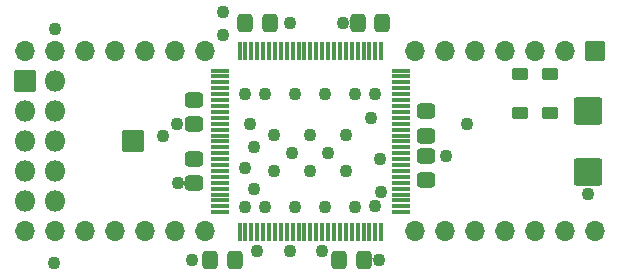
<source format=gts>
G04 #@! TF.GenerationSoftware,KiCad,Pcbnew,6.0.10-86aedd382b~118~ubuntu18.04.1*
G04 #@! TF.CreationDate,2024-01-18T17:26:35+00:00*
G04 #@! TF.ProjectId,ReTuLaReMake,52655475-4c61-4526-954d-616b652e6b69,rev?*
G04 #@! TF.SameCoordinates,Original*
G04 #@! TF.FileFunction,Soldermask,Top*
G04 #@! TF.FilePolarity,Negative*
%FSLAX46Y46*%
G04 Gerber Fmt 4.6, Leading zero omitted, Abs format (unit mm)*
G04 Created by KiCad (PCBNEW 6.0.10-86aedd382b~118~ubuntu18.04.1) date 2024-01-18 17:26:35*
%MOMM*%
%LPD*%
G01*
G04 APERTURE LIST*
G04 Aperture macros list*
%AMRoundRect*
0 Rectangle with rounded corners*
0 $1 Rounding radius*
0 $2 $3 $4 $5 $6 $7 $8 $9 X,Y pos of 4 corners*
0 Add a 4 corners polygon primitive as box body*
4,1,4,$2,$3,$4,$5,$6,$7,$8,$9,$2,$3,0*
0 Add four circle primitives for the rounded corners*
1,1,$1+$1,$2,$3*
1,1,$1+$1,$4,$5*
1,1,$1+$1,$6,$7*
1,1,$1+$1,$8,$9*
0 Add four rect primitives between the rounded corners*
20,1,$1+$1,$2,$3,$4,$5,0*
20,1,$1+$1,$4,$5,$6,$7,0*
20,1,$1+$1,$6,$7,$8,$9,0*
20,1,$1+$1,$8,$9,$2,$3,0*%
G04 Aperture macros list end*
%ADD10RoundRect,0.300000X-0.925000X0.875000X-0.925000X-0.875000X0.925000X-0.875000X0.925000X0.875000X0*%
%ADD11RoundRect,0.050000X-0.850000X-0.850000X0.850000X-0.850000X0.850000X0.850000X-0.850000X0.850000X0*%
%ADD12O,1.800000X1.800000*%
%ADD13RoundRect,0.300000X0.337500X0.475000X-0.337500X0.475000X-0.337500X-0.475000X0.337500X-0.475000X0*%
%ADD14RoundRect,0.300000X-0.475000X0.337500X-0.475000X-0.337500X0.475000X-0.337500X0.475000X0.337500X0*%
%ADD15RoundRect,0.050000X0.600000X-0.450000X0.600000X0.450000X-0.600000X0.450000X-0.600000X-0.450000X0*%
%ADD16RoundRect,0.300000X0.475000X-0.337500X0.475000X0.337500X-0.475000X0.337500X-0.475000X-0.337500X0*%
%ADD17RoundRect,0.125000X0.075000X-0.662500X0.075000X0.662500X-0.075000X0.662500X-0.075000X-0.662500X0*%
%ADD18RoundRect,0.125000X0.662500X-0.075000X0.662500X0.075000X-0.662500X0.075000X-0.662500X-0.075000X0*%
%ADD19RoundRect,0.300000X-0.337500X-0.475000X0.337500X-0.475000X0.337500X0.475000X-0.337500X0.475000X0*%
%ADD20RoundRect,0.050000X0.800000X-0.800000X0.800000X0.800000X-0.800000X0.800000X-0.800000X-0.800000X0*%
%ADD21O,1.700000X1.700000*%
%ADD22C,1.100000*%
G04 APERTURE END LIST*
D10*
X150495000Y-116840000D03*
X150495000Y-121940000D03*
D11*
X102870000Y-114300000D03*
D12*
X105410000Y-114300000D03*
X102870000Y-116840000D03*
X105410000Y-116840000D03*
X102870000Y-119380000D03*
X105410000Y-119380000D03*
X102870000Y-121920000D03*
X105410000Y-121920000D03*
X102870000Y-124460000D03*
X105410000Y-124460000D03*
D13*
X120575000Y-129380000D03*
X118500000Y-129380000D03*
D14*
X117130000Y-115842500D03*
X117130000Y-117917500D03*
D15*
X147320000Y-116965000D03*
X147320000Y-113665000D03*
D16*
X136750000Y-118917500D03*
X136750000Y-116842500D03*
D13*
X133075000Y-109380000D03*
X131000000Y-109380000D03*
D15*
X144780000Y-116965000D03*
X144780000Y-113665000D03*
D13*
X123537500Y-109380000D03*
X121462500Y-109380000D03*
D14*
X117130000Y-120842500D03*
X117130000Y-122917500D03*
D11*
X112000000Y-119380000D03*
D17*
X121000000Y-127042500D03*
X121500000Y-127042500D03*
X122000000Y-127042500D03*
X122500000Y-127042500D03*
X123000000Y-127042500D03*
X123500000Y-127042500D03*
X124000000Y-127042500D03*
X124500000Y-127042500D03*
X125000000Y-127042500D03*
X125500000Y-127042500D03*
X126000000Y-127042500D03*
X126500000Y-127042500D03*
X127000000Y-127042500D03*
X127500000Y-127042500D03*
X128000000Y-127042500D03*
X128500000Y-127042500D03*
X129000000Y-127042500D03*
X129500000Y-127042500D03*
X130000000Y-127042500D03*
X130500000Y-127042500D03*
X131000000Y-127042500D03*
X131500000Y-127042500D03*
X132000000Y-127042500D03*
X132500000Y-127042500D03*
X133000000Y-127042500D03*
D18*
X134662500Y-125380000D03*
X134662500Y-124880000D03*
X134662500Y-124380000D03*
X134662500Y-123880000D03*
X134662500Y-123380000D03*
X134662500Y-122880000D03*
X134662500Y-122380000D03*
X134662500Y-121880000D03*
X134662500Y-121380000D03*
X134662500Y-120880000D03*
X134662500Y-120380000D03*
X134662500Y-119880000D03*
X134662500Y-119380000D03*
X134662500Y-118880000D03*
X134662500Y-118380000D03*
X134662500Y-117880000D03*
X134662500Y-117380000D03*
X134662500Y-116880000D03*
X134662500Y-116380000D03*
X134662500Y-115880000D03*
X134662500Y-115380000D03*
X134662500Y-114880000D03*
X134662500Y-114380000D03*
X134662500Y-113880000D03*
X134662500Y-113380000D03*
D17*
X133000000Y-111717500D03*
X132500000Y-111717500D03*
X132000000Y-111717500D03*
X131500000Y-111717500D03*
X131000000Y-111717500D03*
X130500000Y-111717500D03*
X130000000Y-111717500D03*
X129500000Y-111717500D03*
X129000000Y-111717500D03*
X128500000Y-111717500D03*
X128000000Y-111717500D03*
X127500000Y-111717500D03*
X127000000Y-111717500D03*
X126500000Y-111717500D03*
X126000000Y-111717500D03*
X125500000Y-111717500D03*
X125000000Y-111717500D03*
X124500000Y-111717500D03*
X124000000Y-111717500D03*
X123500000Y-111717500D03*
X123000000Y-111717500D03*
X122500000Y-111717500D03*
X122000000Y-111717500D03*
X121500000Y-111717500D03*
X121000000Y-111717500D03*
D18*
X119337500Y-113380000D03*
X119337500Y-113880000D03*
X119337500Y-114380000D03*
X119337500Y-114880000D03*
X119337500Y-115380000D03*
X119337500Y-115880000D03*
X119337500Y-116380000D03*
X119337500Y-116880000D03*
X119337500Y-117380000D03*
X119337500Y-117880000D03*
X119337500Y-118380000D03*
X119337500Y-118880000D03*
X119337500Y-119380000D03*
X119337500Y-119880000D03*
X119337500Y-120380000D03*
X119337500Y-120880000D03*
X119337500Y-121380000D03*
X119337500Y-121880000D03*
X119337500Y-122380000D03*
X119337500Y-122880000D03*
X119337500Y-123380000D03*
X119337500Y-123880000D03*
X119337500Y-124380000D03*
X119337500Y-124880000D03*
X119337500Y-125380000D03*
D16*
X136750000Y-122680000D03*
X136750000Y-120605000D03*
D19*
X129462500Y-129380000D03*
X131537500Y-129380000D03*
D20*
X151130000Y-111760000D03*
D21*
X148590000Y-111760000D03*
X146050000Y-111760000D03*
X143510000Y-111760000D03*
X140970000Y-111760000D03*
X138430000Y-111760000D03*
X135890000Y-111760000D03*
X118110000Y-111760000D03*
X115570000Y-111760000D03*
X113030000Y-111760000D03*
X110490000Y-111760000D03*
X107950000Y-111760000D03*
X105410000Y-111760000D03*
X102870000Y-111760000D03*
X102870000Y-127000000D03*
X105410000Y-127000000D03*
X107950000Y-127000000D03*
X110490000Y-127000000D03*
X113030000Y-127000000D03*
X115570000Y-127000000D03*
X118110000Y-127000000D03*
X135890000Y-127000000D03*
X138430000Y-127000000D03*
X140970000Y-127000000D03*
X143510000Y-127000000D03*
X146050000Y-127000000D03*
X148590000Y-127000000D03*
X151130000Y-127000000D03*
D22*
X125250000Y-128630000D03*
X127000000Y-118872000D03*
X125476000Y-120396000D03*
X123952000Y-118872000D03*
X138500000Y-120605000D03*
X140250000Y-117880000D03*
X127000000Y-121920000D03*
X132800000Y-129380000D03*
X119600000Y-110380000D03*
X133000000Y-123630000D03*
X117000000Y-129380000D03*
X130048000Y-121920000D03*
X129800000Y-109380000D03*
X128524000Y-120396000D03*
X115712500Y-117917500D03*
X123952000Y-121920000D03*
X115750000Y-122917500D03*
X150495000Y-123825000D03*
X130048000Y-118872000D03*
X122250000Y-119880000D03*
X114500000Y-118880000D03*
X121500000Y-121630000D03*
X122250000Y-123380000D03*
X121500000Y-124968000D03*
X123190000Y-124968000D03*
X125730000Y-124968000D03*
X128270000Y-124968000D03*
X130810000Y-124968000D03*
X132500000Y-124880000D03*
X132880000Y-120880000D03*
X132130000Y-117380000D03*
X132500000Y-115380000D03*
X130810000Y-115380000D03*
X128270000Y-115380000D03*
X125730000Y-115380000D03*
X123190000Y-115380000D03*
X121500000Y-115380000D03*
X125250000Y-109380000D03*
X105410000Y-109855000D03*
X119634000Y-108458000D03*
X128000000Y-128630000D03*
X105285000Y-129665000D03*
X122500000Y-128630000D03*
X121880000Y-117880000D03*
G36*
X132176848Y-129212953D02*
G01*
X132191174Y-129247540D01*
X132224998Y-129261550D01*
X132259027Y-129247455D01*
X132268313Y-129233558D01*
X132270107Y-129232673D01*
X132271770Y-129233784D01*
X132271824Y-129235434D01*
X132270690Y-129238172D01*
X132252017Y-129380000D01*
X132270690Y-129521828D01*
X132272250Y-129525595D01*
X132271989Y-129527578D01*
X132270141Y-129528343D01*
X132268988Y-129527774D01*
X132243305Y-129502091D01*
X132206693Y-129502091D01*
X132180650Y-129528134D01*
X132176962Y-129546674D01*
X132175643Y-129548178D01*
X132173681Y-129547788D01*
X132173000Y-129546284D01*
X132173000Y-129213718D01*
X132174000Y-129211986D01*
X132176000Y-129211986D01*
X132176848Y-129212953D01*
G37*
G36*
X116356319Y-122701428D02*
G01*
X116357000Y-122702932D01*
X116357000Y-123132065D01*
X116356000Y-123133797D01*
X116354000Y-123133797D01*
X116353152Y-123132830D01*
X116338826Y-123098243D01*
X116305002Y-123084233D01*
X116270973Y-123098328D01*
X116261689Y-123112223D01*
X116259895Y-123113108D01*
X116258232Y-123111997D01*
X116258178Y-123110347D01*
X116279310Y-123059328D01*
X116297983Y-122917500D01*
X116279310Y-122775672D01*
X116257750Y-122723621D01*
X116258011Y-122721638D01*
X116259859Y-122720873D01*
X116261012Y-122721442D01*
X116286695Y-122747125D01*
X116323307Y-122747125D01*
X116349350Y-122721082D01*
X116353038Y-122702542D01*
X116354357Y-122701038D01*
X116356319Y-122701428D01*
G37*
G36*
X130363611Y-109069068D02*
G01*
X130364500Y-109070731D01*
X130364500Y-109689266D01*
X130363500Y-109690998D01*
X130361500Y-109690998D01*
X130360652Y-109690031D01*
X130346326Y-109655444D01*
X130312502Y-109641434D01*
X130278343Y-109655583D01*
X130277926Y-109656058D01*
X130276032Y-109656702D01*
X130274528Y-109655383D01*
X130274574Y-109653975D01*
X130329310Y-109521828D01*
X130347983Y-109380000D01*
X130329310Y-109238172D01*
X130274567Y-109106008D01*
X130272216Y-109102944D01*
X130271955Y-109100961D01*
X130273542Y-109099744D01*
X130274803Y-109099995D01*
X130306257Y-109118156D01*
X130341620Y-109108680D01*
X130360106Y-109076661D01*
X130360504Y-109070600D01*
X130361615Y-109068937D01*
X130363611Y-109069068D01*
G37*
M02*

</source>
